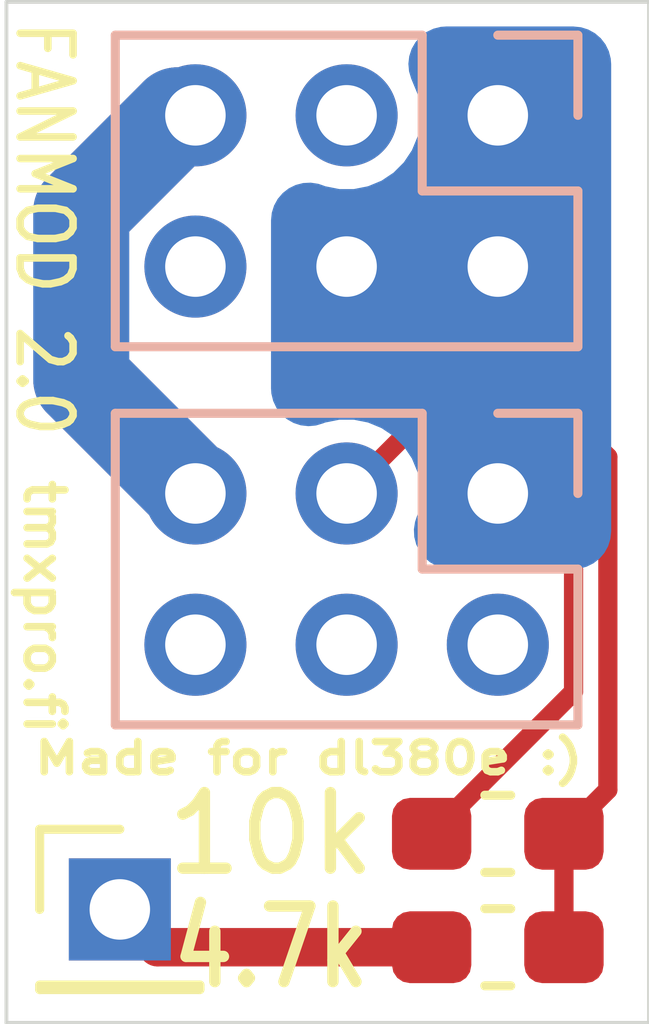
<source format=kicad_pcb>
(kicad_pcb (version 20171130) (host pcbnew 5.1.6~rc1+dfsg1-1)

  (general
    (thickness 1.6)
    (drawings 7)
    (tracks 19)
    (zones 0)
    (modules 5)
    (nets 5)
  )

  (page A4)
  (layers
    (0 F.Cu signal)
    (31 B.Cu signal)
    (32 B.Adhes user)
    (33 F.Adhes user)
    (34 B.Paste user)
    (35 F.Paste user)
    (36 B.SilkS user)
    (37 F.SilkS user)
    (38 B.Mask user)
    (39 F.Mask user)
    (40 Dwgs.User user)
    (41 Cmts.User user)
    (42 Eco1.User user)
    (43 Eco2.User user)
    (44 Edge.Cuts user)
    (45 Margin user)
    (46 B.CrtYd user)
    (47 F.CrtYd user)
    (48 B.Fab user)
    (49 F.Fab user)
  )

  (setup
    (last_trace_width 0.508)
    (user_trace_width 0.254)
    (user_trace_width 0.381)
    (user_trace_width 0.508)
    (user_trace_width 0.762)
    (user_trace_width 1.27)
    (user_trace_width 2.159)
    (trace_clearance 0.2)
    (zone_clearance 0.3)
    (zone_45_only yes)
    (trace_min 0.2)
    (via_size 0.8)
    (via_drill 0.4)
    (via_min_size 0.4)
    (via_min_drill 0.3)
    (uvia_size 0.3)
    (uvia_drill 0.1)
    (uvias_allowed no)
    (uvia_min_size 0.2)
    (uvia_min_drill 0.1)
    (edge_width 0.05)
    (segment_width 0.2)
    (pcb_text_width 0.3)
    (pcb_text_size 1.5 1.5)
    (mod_edge_width 0.12)
    (mod_text_size 1 1)
    (mod_text_width 0.15)
    (pad_size 1.524 1.524)
    (pad_drill 0.762)
    (pad_to_mask_clearance 0.051)
    (solder_mask_min_width 0.25)
    (aux_axis_origin 0 0)
    (visible_elements FFFFFF7F)
    (pcbplotparams
      (layerselection 0x010fc_ffffffff)
      (usegerberextensions true)
      (usegerberattributes false)
      (usegerberadvancedattributes false)
      (creategerberjobfile false)
      (excludeedgelayer true)
      (linewidth 0.100000)
      (plotframeref false)
      (viasonmask false)
      (mode 1)
      (useauxorigin false)
      (hpglpennumber 1)
      (hpglpenspeed 20)
      (hpglpendiameter 15.000000)
      (psnegative false)
      (psa4output false)
      (plotreference true)
      (plotvalue true)
      (plotinvisibletext false)
      (padsonsilk false)
      (subtractmaskfromsilk false)
      (outputformat 1)
      (mirror false)
      (drillshape 0)
      (scaleselection 1)
      (outputdirectory "gerbers"))
  )

  (net 0 "")
  (net 1 +12V)
  (net 2 GND)
  (net 3 "Net-(J4-Pad1)")
  (net 4 "Net-(J2-Pad3)")

  (net_class Default "This is the default net class."
    (clearance 0.2)
    (trace_width 0.25)
    (via_dia 0.8)
    (via_drill 0.4)
    (uvia_dia 0.3)
    (uvia_drill 0.1)
    (add_net +12V)
    (add_net GND)
    (add_net "Net-(J1-Pad3)")
    (add_net "Net-(J1-Pad6)")
    (add_net "Net-(J2-Pad2)")
    (add_net "Net-(J2-Pad3)")
    (add_net "Net-(J2-Pad4)")
    (add_net "Net-(J2-Pad6)")
    (add_net "Net-(J4-Pad1)")
  )

  (module Connector_PinSocket_2.00mm:PinSocket_2x03_P2.00mm_Vertical (layer B.Cu) (tedit 5A19A428) (tstamp 5EE4B43C)
    (at 84 26.5 90)
    (descr "Through hole straight socket strip, 2x03, 2.00mm pitch, double cols (from Kicad 4.0.7), script generated")
    (tags "Through hole socket strip THT 2x03 2.00mm double row")
    (path /5EE4AC98)
    (fp_text reference J2 (at -1 2.5 270) (layer B.SilkS) hide
      (effects (font (size 1 1) (thickness 0.15)) (justify mirror))
    )
    (fp_text value FAN_OUT (at -1 -6.5 270) (layer B.Fab) hide
      (effects (font (size 1 1) (thickness 0.15)) (justify mirror))
    )
    (fp_text user %R (at -1 -2) (layer B.Fab) hide
      (effects (font (size 1 1) (thickness 0.15)) (justify mirror))
    )
    (fp_line (start -3 1) (end 0 1) (layer B.Fab) (width 0.1))
    (fp_line (start 0 1) (end 1 0) (layer B.Fab) (width 0.1))
    (fp_line (start 1 0) (end 1 -5) (layer B.Fab) (width 0.1))
    (fp_line (start 1 -5) (end -3 -5) (layer B.Fab) (width 0.1))
    (fp_line (start -3 -5) (end -3 1) (layer B.Fab) (width 0.1))
    (fp_line (start -3.06 1.06) (end -1 1.06) (layer B.SilkS) (width 0.12))
    (fp_line (start -3.06 1.06) (end -3.06 -5.06) (layer B.SilkS) (width 0.12))
    (fp_line (start -3.06 -5.06) (end 1.06 -5.06) (layer B.SilkS) (width 0.12))
    (fp_line (start 1.06 -1) (end 1.06 -5.06) (layer B.SilkS) (width 0.12))
    (fp_line (start -1 -1) (end 1.06 -1) (layer B.SilkS) (width 0.12))
    (fp_line (start -1 1.06) (end -1 -1) (layer B.SilkS) (width 0.12))
    (fp_line (start 1.06 1.06) (end 1.06 0) (layer B.SilkS) (width 0.12))
    (fp_line (start 0 1.06) (end 1.06 1.06) (layer B.SilkS) (width 0.12))
    (fp_line (start -3.5 1.5) (end 1.5 1.5) (layer B.CrtYd) (width 0.05))
    (fp_line (start 1.5 1.5) (end 1.5 -5.5) (layer B.CrtYd) (width 0.05))
    (fp_line (start 1.5 -5.5) (end -3.5 -5.5) (layer B.CrtYd) (width 0.05))
    (fp_line (start -3.5 -5.5) (end -3.5 1.5) (layer B.CrtYd) (width 0.05))
    (pad 6 thru_hole oval (at -2 -4 90) (size 1.35 1.35) (drill 0.8) (layers *.Cu *.Mask))
    (pad 5 thru_hole oval (at 0 -4 90) (size 1.35 1.35) (drill 0.8) (layers *.Cu *.Mask)
      (net 1 +12V))
    (pad 4 thru_hole oval (at -2 -2 90) (size 1.35 1.35) (drill 0.8) (layers *.Cu *.Mask))
    (pad 3 thru_hole oval (at 0 -2 90) (size 1.35 1.35) (drill 0.8) (layers *.Cu *.Mask)
      (net 4 "Net-(J2-Pad3)"))
    (pad 2 thru_hole oval (at -2 0 90) (size 1.35 1.35) (drill 0.8) (layers *.Cu *.Mask))
    (pad 1 thru_hole rect (at 0 0 90) (size 1.35 1.35) (drill 0.8) (layers *.Cu *.Mask)
      (net 2 GND))
    (model ${KISYS3DMOD}/Connector_PinSocket_2.00mm.3dshapes/PinSocket_2x03_P2.00mm_Vertical.wrl
      (at (xyz 0 0 0))
      (scale (xyz 1 1 1))
      (rotate (xyz 0 0 0))
    )
  )

  (module Connector_PinSocket_2.00mm:PinSocket_2x03_P2.00mm_Vertical (layer B.Cu) (tedit 5A19A428) (tstamp 5EE4C20E)
    (at 84 21.5 90)
    (descr "Through hole straight socket strip, 2x03, 2.00mm pitch, double cols (from Kicad 4.0.7), script generated")
    (tags "Through hole socket strip THT 2x03 2.00mm double row")
    (path /5E9E0BFF)
    (fp_text reference J1 (at -1 2.5 270) (layer B.SilkS) hide
      (effects (font (size 1 1) (thickness 0.15)) (justify mirror))
    )
    (fp_text value FAN_IN (at -1 -6.5 270) (layer B.Fab) hide
      (effects (font (size 1 1) (thickness 0.15)) (justify mirror))
    )
    (fp_text user %R (at -1 -2) (layer B.Fab) hide
      (effects (font (size 1 1) (thickness 0.15)) (justify mirror))
    )
    (fp_line (start -3 1) (end 0 1) (layer B.Fab) (width 0.1))
    (fp_line (start 0 1) (end 1 0) (layer B.Fab) (width 0.1))
    (fp_line (start 1 0) (end 1 -5) (layer B.Fab) (width 0.1))
    (fp_line (start 1 -5) (end -3 -5) (layer B.Fab) (width 0.1))
    (fp_line (start -3 -5) (end -3 1) (layer B.Fab) (width 0.1))
    (fp_line (start -3.06 1.06) (end -1 1.06) (layer B.SilkS) (width 0.12))
    (fp_line (start -3.06 1.06) (end -3.06 -5.06) (layer B.SilkS) (width 0.12))
    (fp_line (start -3.06 -5.06) (end 1.06 -5.06) (layer B.SilkS) (width 0.12))
    (fp_line (start 1.06 -1) (end 1.06 -5.06) (layer B.SilkS) (width 0.12))
    (fp_line (start -1 -1) (end 1.06 -1) (layer B.SilkS) (width 0.12))
    (fp_line (start -1 1.06) (end -1 -1) (layer B.SilkS) (width 0.12))
    (fp_line (start 1.06 1.06) (end 1.06 0) (layer B.SilkS) (width 0.12))
    (fp_line (start 0 1.06) (end 1.06 1.06) (layer B.SilkS) (width 0.12))
    (fp_line (start -3.5 1.5) (end 1.5 1.5) (layer B.CrtYd) (width 0.05))
    (fp_line (start 1.5 1.5) (end 1.5 -5.5) (layer B.CrtYd) (width 0.05))
    (fp_line (start 1.5 -5.5) (end -3.5 -5.5) (layer B.CrtYd) (width 0.05))
    (fp_line (start -3.5 -5.5) (end -3.5 1.5) (layer B.CrtYd) (width 0.05))
    (pad 6 thru_hole oval (at -2 -4 90) (size 1.35 1.35) (drill 0.8) (layers *.Cu *.Mask))
    (pad 5 thru_hole oval (at 0 -4 90) (size 1.35 1.35) (drill 0.8) (layers *.Cu *.Mask)
      (net 1 +12V))
    (pad 4 thru_hole oval (at -2 -2 90) (size 1.35 1.35) (drill 0.8) (layers *.Cu *.Mask)
      (net 2 GND))
    (pad 3 thru_hole oval (at 0 -2 90) (size 1.35 1.35) (drill 0.8) (layers *.Cu *.Mask))
    (pad 2 thru_hole oval (at -2 0 90) (size 1.35 1.35) (drill 0.8) (layers *.Cu *.Mask)
      (net 2 GND))
    (pad 1 thru_hole rect (at 0 0 90) (size 1.35 1.35) (drill 0.8) (layers *.Cu *.Mask)
      (net 2 GND))
    (model ${KISYS3DMOD}/Connector_PinSocket_2.00mm.3dshapes/PinSocket_2x03_P2.00mm_Vertical.wrl
      (at (xyz 0 0 0))
      (scale (xyz 1 1 1))
      (rotate (xyz 0 0 0))
    )
  )

  (module Resistor_SMD:R_0603_1608Metric_Pad1.05x0.95mm_HandSolder (layer F.Cu) (tedit 5B301BBD) (tstamp 5E9D93AF)
    (at 84 32.5)
    (descr "Resistor SMD 0603 (1608 Metric), square (rectangular) end terminal, IPC_7351 nominal with elongated pad for handsoldering. (Body size source: http://www.tortai-tech.com/upload/download/2011102023233369053.pdf), generated with kicad-footprint-generator")
    (tags "resistor handsolder")
    (path /5E9DA170)
    (attr smd)
    (fp_text reference R1 (at 0 -1.43) (layer F.SilkS) hide
      (effects (font (size 1 1) (thickness 0.15)))
    )
    (fp_text value 4.7k (at -3 0) (layer F.SilkS)
      (effects (font (size 1 0.8) (thickness 0.15)))
    )
    (fp_line (start 1.65 0.73) (end -1.65 0.73) (layer F.CrtYd) (width 0.05))
    (fp_line (start 1.65 -0.73) (end 1.65 0.73) (layer F.CrtYd) (width 0.05))
    (fp_line (start -1.65 -0.73) (end 1.65 -0.73) (layer F.CrtYd) (width 0.05))
    (fp_line (start -1.65 0.73) (end -1.65 -0.73) (layer F.CrtYd) (width 0.05))
    (fp_line (start -0.171267 0.51) (end 0.171267 0.51) (layer F.SilkS) (width 0.12))
    (fp_line (start -0.171267 -0.51) (end 0.171267 -0.51) (layer F.SilkS) (width 0.12))
    (fp_line (start 0.8 0.4) (end -0.8 0.4) (layer F.Fab) (width 0.1))
    (fp_line (start 0.8 -0.4) (end 0.8 0.4) (layer F.Fab) (width 0.1))
    (fp_line (start -0.8 -0.4) (end 0.8 -0.4) (layer F.Fab) (width 0.1))
    (fp_line (start -0.8 0.4) (end -0.8 -0.4) (layer F.Fab) (width 0.1))
    (fp_text user %R (at 0 0) (layer F.Fab) hide
      (effects (font (size 0.4 0.4) (thickness 0.06)))
    )
    (pad 2 smd roundrect (at 0.875 0) (size 1.05 0.95) (layers F.Cu F.Paste F.Mask) (roundrect_rratio 0.25)
      (net 4 "Net-(J2-Pad3)"))
    (pad 1 smd roundrect (at -0.875 0) (size 1.05 0.95) (layers F.Cu F.Paste F.Mask) (roundrect_rratio 0.25)
      (net 3 "Net-(J4-Pad1)"))
    (model ${KISYS3DMOD}/Resistor_SMD.3dshapes/R_0603_1608Metric.wrl
      (at (xyz 0 0 0))
      (scale (xyz 1 1 1))
      (rotate (xyz 0 0 0))
    )
  )

  (module Resistor_SMD:R_0603_1608Metric_Pad1.05x0.95mm_HandSolder (layer F.Cu) (tedit 5B301BBD) (tstamp 5E9D90D8)
    (at 84 31 180)
    (descr "Resistor SMD 0603 (1608 Metric), square (rectangular) end terminal, IPC_7351 nominal with elongated pad for handsoldering. (Body size source: http://www.tortai-tech.com/upload/download/2011102023233369053.pdf), generated with kicad-footprint-generator")
    (tags "resistor handsolder")
    (path /5E9DA6C1)
    (attr smd)
    (fp_text reference R2 (at 0 -1.43) (layer F.SilkS) hide
      (effects (font (size 1 1) (thickness 0.15)))
    )
    (fp_text value 10k (at 3 0) (layer F.SilkS)
      (effects (font (size 1 1) (thickness 0.15)))
    )
    (fp_line (start 1.65 0.73) (end -1.65 0.73) (layer F.CrtYd) (width 0.05))
    (fp_line (start 1.65 -0.73) (end 1.65 0.73) (layer F.CrtYd) (width 0.05))
    (fp_line (start -1.65 -0.73) (end 1.65 -0.73) (layer F.CrtYd) (width 0.05))
    (fp_line (start -1.65 0.73) (end -1.65 -0.73) (layer F.CrtYd) (width 0.05))
    (fp_line (start -0.171267 0.51) (end 0.171267 0.51) (layer F.SilkS) (width 0.12))
    (fp_line (start -0.171267 -0.51) (end 0.171267 -0.51) (layer F.SilkS) (width 0.12))
    (fp_line (start 0.8 0.4) (end -0.8 0.4) (layer F.Fab) (width 0.1))
    (fp_line (start 0.8 -0.4) (end 0.8 0.4) (layer F.Fab) (width 0.1))
    (fp_line (start -0.8 -0.4) (end 0.8 -0.4) (layer F.Fab) (width 0.1))
    (fp_line (start -0.8 0.4) (end -0.8 -0.4) (layer F.Fab) (width 0.1))
    (fp_text user %R (at 0 0) (layer F.Fab) hide
      (effects (font (size 0.4 0.4) (thickness 0.06)))
    )
    (pad 2 smd roundrect (at 0.875 0 180) (size 1.05 0.95) (layers F.Cu F.Paste F.Mask) (roundrect_rratio 0.25)
      (net 2 GND))
    (pad 1 smd roundrect (at -0.875 0 180) (size 1.05 0.95) (layers F.Cu F.Paste F.Mask) (roundrect_rratio 0.25)
      (net 4 "Net-(J2-Pad3)"))
    (model ${KISYS3DMOD}/Resistor_SMD.3dshapes/R_0603_1608Metric.wrl
      (at (xyz 0 0 0))
      (scale (xyz 1 1 1))
      (rotate (xyz 0 0 0))
    )
  )

  (module Connector_PinHeader_2.00mm:PinHeader_1x01_P2.00mm_Vertical (layer F.Cu) (tedit 59FED667) (tstamp 5E9D9346)
    (at 79 32)
    (descr "Through hole straight pin header, 1x01, 2.00mm pitch, single row")
    (tags "Through hole pin header THT 1x01 2.00mm single row")
    (path /5E9F17A7)
    (fp_text reference J4 (at 0 -2.06) (layer F.SilkS) hide
      (effects (font (size 1 1) (thickness 0.15)))
    )
    (fp_text value COMM (at 0 2.06) (layer F.Fab) hide
      (effects (font (size 1 1) (thickness 0.15)))
    )
    (fp_text user %R (at 2.5 0 90) (layer F.Fab) hide
      (effects (font (size 1 1) (thickness 0.15)))
    )
    (fp_line (start -0.5 -1) (end 1 -1) (layer F.Fab) (width 0.1))
    (fp_line (start 1 -1) (end 1 1) (layer F.Fab) (width 0.1))
    (fp_line (start 1 1) (end -1 1) (layer F.Fab) (width 0.1))
    (fp_line (start -1 1) (end -1 -0.5) (layer F.Fab) (width 0.1))
    (fp_line (start -1 -0.5) (end -0.5 -1) (layer F.Fab) (width 0.1))
    (fp_line (start -1.06 1.06) (end 1.06 1.06) (layer F.SilkS) (width 0.12))
    (fp_line (start -1.06 1) (end -1.06 1.06) (layer F.SilkS) (width 0.12))
    (fp_line (start 1.06 1) (end 1.06 1.06) (layer F.SilkS) (width 0.12))
    (fp_line (start -1.06 1) (end 1.06 1) (layer F.SilkS) (width 0.12))
    (fp_line (start -1.06 0) (end -1.06 -1.06) (layer F.SilkS) (width 0.12))
    (fp_line (start -1.06 -1.06) (end 0 -1.06) (layer F.SilkS) (width 0.12))
    (fp_line (start -1.5 -1.5) (end -1.5 1.5) (layer F.CrtYd) (width 0.05))
    (fp_line (start -1.5 1.5) (end 1.5 1.5) (layer F.CrtYd) (width 0.05))
    (fp_line (start 1.5 1.5) (end 1.5 -1.5) (layer F.CrtYd) (width 0.05))
    (fp_line (start 1.5 -1.5) (end -1.5 -1.5) (layer F.CrtYd) (width 0.05))
    (pad 1 thru_hole rect (at 0 0) (size 1.35 1.35) (drill 0.8) (layers *.Cu *.Mask)
      (net 3 "Net-(J4-Pad1)"))
    (model ${KISYS3DMOD}/Connector_PinHeader_2.00mm.3dshapes/PinHeader_1x01_P2.00mm_Vertical.wrl
      (at (xyz 0 0 0))
      (scale (xyz 1 1 1))
      (rotate (xyz 0 0 0))
    )
  )

  (gr_text "Made for dl380e :)" (at 81.5 30) (layer F.SilkS) (tstamp 5EE4CBA0)
    (effects (font (size 0.4 0.5) (thickness 0.1)))
  )
  (gr_text tmxpro.fi (at 78 28 270) (layer F.SilkS) (tstamp 5EE4CB9C)
    (effects (font (size 0.5 0.5) (thickness 0.1)))
  )
  (gr_text "FANMOD 2.0" (at 78 23 270) (layer F.SilkS)
    (effects (font (size 0.7 0.6) (thickness 0.1)))
  )
  (gr_line (start 77.5 20) (end 86 20) (layer Edge.Cuts) (width 0.05) (tstamp 5EE4C77E))
  (gr_line (start 77.5 33.5) (end 77.5 20) (layer Edge.Cuts) (width 0.05))
  (gr_line (start 86 33.5) (end 77.5 33.5) (layer Edge.Cuts) (width 0.05))
  (gr_line (start 86 20) (end 86 33.5) (layer Edge.Cuts) (width 0.05))

  (segment (start 78.489999 24.989999) (end 80 26.5) (width 1.27) (layer B.Cu) (net 1))
  (segment (start 78.489999 22.775199) (end 78.489999 24.989999) (width 1.27) (layer B.Cu) (net 1))
  (segment (start 79.765198 21.5) (end 78.489999 22.775199) (width 1.27) (layer B.Cu) (net 1))
  (segment (start 80 21.5) (end 79.765198 21.5) (width 1.27) (layer B.Cu) (net 1))
  (segment (start 79.765198 21.5) (end 80 21.5) (width 1.27) (layer F.Cu) (net 1))
  (segment (start 78.489999 24.989999) (end 78.489999 22.775199) (width 1.27) (layer F.Cu) (net 1))
  (segment (start 78.489999 22.775199) (end 79.765198 21.5) (width 1.27) (layer F.Cu) (net 1))
  (segment (start 80 26.5) (end 78.489999 24.989999) (width 1.27) (layer F.Cu) (net 1))
  (segment (start 85.002001 27.502001) (end 84 26.5) (width 0.254) (layer F.Cu) (net 2))
  (segment (start 85.002001 29.122999) (end 85.002001 27.502001) (width 0.254) (layer F.Cu) (net 2))
  (segment (start 83.125 31) (end 85.002001 29.122999) (width 0.254) (layer F.Cu) (net 2))
  (segment (start 79.5 32.5) (end 79 32) (width 0.508) (layer F.Cu) (net 3))
  (segment (start 83.125 32.5) (end 79.5 32.5) (width 0.508) (layer F.Cu) (net 3))
  (segment (start 83.002001 25.497999) (end 82 26.5) (width 0.254) (layer F.Cu) (net 4))
  (segment (start 84.936601 25.497999) (end 83.002001 25.497999) (width 0.254) (layer F.Cu) (net 4))
  (segment (start 85.456011 26.017409) (end 84.936601 25.497999) (width 0.254) (layer F.Cu) (net 4))
  (segment (start 85.456011 30.418989) (end 85.456011 26.017409) (width 0.254) (layer F.Cu) (net 4))
  (segment (start 84.875 31) (end 85.456011 30.418989) (width 0.254) (layer F.Cu) (net 4))
  (segment (start 84.875 32.5) (end 84.875 31) (width 0.254) (layer F.Cu) (net 4))

  (zone (net 2) (net_name GND) (layer B.Cu) (tstamp 5EE4CBAF) (hatch edge 0.508)
    (connect_pads yes (clearance 0.3))
    (min_thickness 1)
    (fill yes (arc_segments 32) (thermal_gap 2) (thermal_bridge_width 2))
    (polygon
      (pts
        (xy 85.5 27.5) (xy 81 27.5) (xy 81 20) (xy 85.5 20)
      )
    )
    (filled_polygon
      (pts
        (xy 85 27) (xy 83.389422 27) (xy 83.418317 26.930242) (xy 83.475 26.645275) (xy 83.475 26.354725)
        (xy 83.418317 26.069758) (xy 83.307128 25.801325) (xy 83.145707 25.559742) (xy 82.940258 25.354293) (xy 82.698675 25.192872)
        (xy 82.430242 25.081683) (xy 82.145275 25.025) (xy 81.854725 25.025) (xy 81.569758 25.081683) (xy 81.5 25.110578)
        (xy 81.5 22.889422) (xy 81.569758 22.918317) (xy 81.854725 22.975) (xy 82.145275 22.975) (xy 82.430242 22.918317)
        (xy 82.698675 22.807128) (xy 82.940258 22.645707) (xy 83.145707 22.440258) (xy 83.307128 22.198675) (xy 83.418317 21.930242)
        (xy 83.475 21.645275) (xy 83.475 21.354725) (xy 83.418317 21.069758) (xy 83.316935 20.825) (xy 85 20.825)
      )
    )
  )
)

</source>
